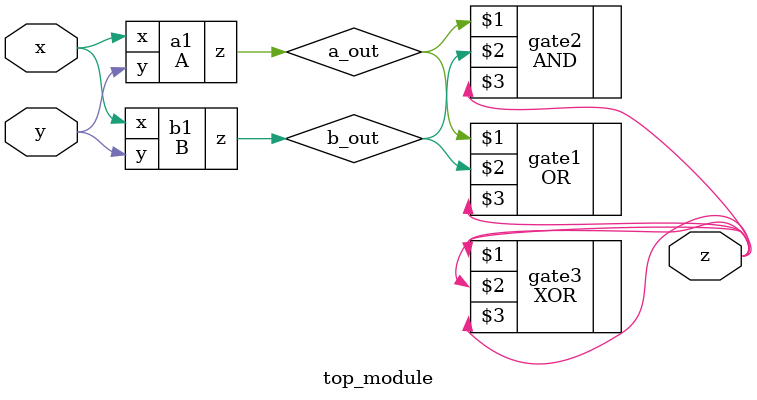
<source format=sv>
module A(
	input x,
	input y,
	output z);

	assign z = (x ^ y) & x;

endmodule
module B(
	input x,
	input y,
	output z);

	reg z;

	always @(x, y) begin
		case({x, y})
			2'b01: z = 0;
			2'b10: z = 0;
			2'b11: z = 1;
			default: z = 0;
		endcase
	end

endmodule
module top_module(
	input x,
	input y,
	output z);

	wire a_out, b_out;
	A a1(x, y, a_out);
	B b1(x, y, b_out);

	OR gate1(a_out, b_out, z);
	AND gate2(a_out, b_out, z);
	XOR gate3(z, z, z);

endmodule

</source>
